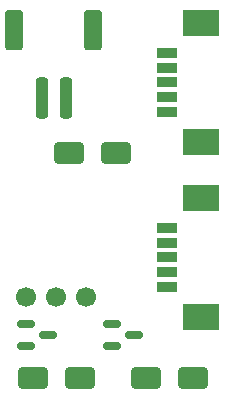
<source format=gbr>
%TF.GenerationSoftware,KiCad,Pcbnew,9.0.1*%
%TF.CreationDate,2025-06-09T01:02:34-04:00*%
%TF.ProjectId,Pneumatactors_1Xiao_PiezoPumps_2Valves,506e6575-6d61-4746-9163-746f72735f31,rev?*%
%TF.SameCoordinates,Original*%
%TF.FileFunction,Soldermask,Bot*%
%TF.FilePolarity,Negative*%
%FSLAX46Y46*%
G04 Gerber Fmt 4.6, Leading zero omitted, Abs format (unit mm)*
G04 Created by KiCad (PCBNEW 9.0.1) date 2025-06-09 01:02:34*
%MOMM*%
%LPD*%
G01*
G04 APERTURE LIST*
G04 Aperture macros list*
%AMRoundRect*
0 Rectangle with rounded corners*
0 $1 Rounding radius*
0 $2 $3 $4 $5 $6 $7 $8 $9 X,Y pos of 4 corners*
0 Add a 4 corners polygon primitive as box body*
4,1,4,$2,$3,$4,$5,$6,$7,$8,$9,$2,$3,0*
0 Add four circle primitives for the rounded corners*
1,1,$1+$1,$2,$3*
1,1,$1+$1,$4,$5*
1,1,$1+$1,$6,$7*
1,1,$1+$1,$8,$9*
0 Add four rect primitives between the rounded corners*
20,1,$1+$1,$2,$3,$4,$5,0*
20,1,$1+$1,$4,$5,$6,$7,0*
20,1,$1+$1,$6,$7,$8,$9,0*
20,1,$1+$1,$8,$9,$2,$3,0*%
G04 Aperture macros list end*
%ADD10RoundRect,0.250000X1.000000X0.650000X-1.000000X0.650000X-1.000000X-0.650000X1.000000X-0.650000X0*%
%ADD11RoundRect,0.250000X-0.250000X-1.500000X0.250000X-1.500000X0.250000X1.500000X-0.250000X1.500000X0*%
%ADD12RoundRect,0.250001X-0.499999X-1.449999X0.499999X-1.449999X0.499999X1.449999X-0.499999X1.449999X0*%
%ADD13R,1.701800X0.812800*%
%ADD14R,3.098800X2.209800*%
%ADD15RoundRect,0.150000X-0.587500X-0.150000X0.587500X-0.150000X0.587500X0.150000X-0.587500X0.150000X0*%
%ADD16C,1.700000*%
G04 APERTURE END LIST*
D10*
%TO.C,D2*%
X37306000Y-85348501D03*
X33306000Y-85348501D03*
%TD*%
%TO.C,D1*%
X40386000Y-66294000D03*
X36386000Y-66294000D03*
%TD*%
D11*
%TO.C,J3*%
X34100000Y-61630000D03*
X36100000Y-61630000D03*
D12*
X31750000Y-55880000D03*
X38450000Y-55880000D03*
%TD*%
D13*
%TO.C,J1*%
X44704000Y-72654000D03*
X44704000Y-73904000D03*
X44704000Y-75154000D03*
X44704000Y-76404000D03*
X44704000Y-77654000D03*
D14*
X47603999Y-80204000D03*
X47603999Y-70104000D03*
%TD*%
D15*
%TO.C,Q1*%
X32766000Y-82672000D03*
X32766000Y-80772000D03*
X34641000Y-81722000D03*
%TD*%
%TO.C,Q2*%
X40035000Y-82672000D03*
X40035000Y-80772000D03*
X41910000Y-81722000D03*
%TD*%
D13*
%TO.C,J2*%
X44704000Y-57825000D03*
X44704000Y-59075000D03*
X44704000Y-60325000D03*
X44704000Y-61575000D03*
X44704000Y-62825000D03*
D14*
X47603999Y-65375000D03*
X47603999Y-55275000D03*
%TD*%
D10*
%TO.C,D3*%
X46887500Y-85348501D03*
X42887500Y-85348501D03*
%TD*%
D16*
%TO.C,U2*%
X37846000Y-78486000D03*
X35306000Y-78486000D03*
X32766000Y-78486000D03*
%TD*%
M02*

</source>
